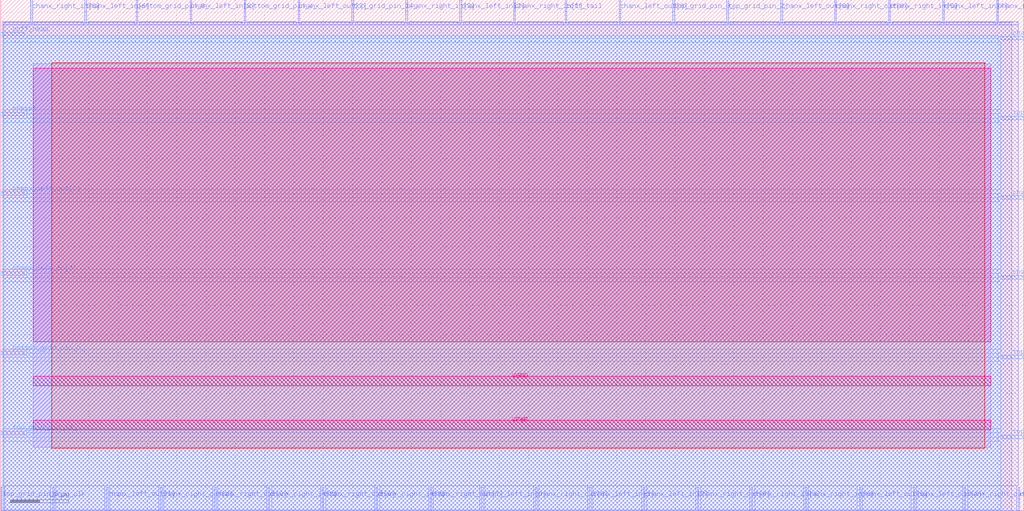
<source format=lef>
VERSION 5.7 ;
  NAMESCASESENSITIVE ON ;
  NOWIREEXTENSIONATPIN ON ;
  DIVIDERCHAR "/" ;
  BUSBITCHARS "[]" ;
UNITS
  DATABASE MICRONS 200 ;
END UNITS

MACRO cbx_1__3_
  CLASS BLOCK ;
  FOREIGN cbx_1__3_ ;
  ORIGIN 0.000 0.000 ;
  SIZE 174.480 BY 87.135 ;
  PIN bottom_grid_pin_0_
    DIRECTION OUTPUT TRISTATE ;
    PORT
      LAYER met3 ;
        RECT 0.000 26.560 4.000 27.160 ;
    END
  END bottom_grid_pin_0_
  PIN bottom_grid_pin_4_
    DIRECTION OUTPUT TRISTATE ;
    PORT
      LAYER met2 ;
        RECT 41.490 83.135 41.770 87.135 ;
    END
  END bottom_grid_pin_4_
  PIN bottom_grid_pin_8_
    DIRECTION OUTPUT TRISTATE ;
    PORT
      LAYER met2 ;
        RECT 23.090 83.135 23.370 87.135 ;
    END
  END bottom_grid_pin_8_
  PIN ccff_head
    DIRECTION INPUT ;
    PORT
      LAYER met3 ;
        RECT 0.000 80.960 4.000 81.560 ;
    END
  END ccff_head
  PIN ccff_tail
    DIRECTION OUTPUT TRISTATE ;
    PORT
      LAYER met2 ;
        RECT 96.230 83.135 96.510 87.135 ;
    END
  END ccff_tail
  PIN chanx_left_in[0]
    DIRECTION INPUT ;
    PORT
      LAYER met2 ;
        RECT 81.970 0.000 82.250 4.000 ;
    END
  END chanx_left_in[0]
  PIN chanx_left_in[1]
    DIRECTION INPUT ;
    PORT
      LAYER met2 ;
        RECT 100.370 0.000 100.650 4.000 ;
    END
  END chanx_left_in[1]
  PIN chanx_left_in[2]
    DIRECTION INPUT ;
    PORT
      LAYER met2 ;
        RECT 78.290 83.135 78.570 87.135 ;
    END
  END chanx_left_in[2]
  PIN chanx_left_in[3]
    DIRECTION INPUT ;
    PORT
      LAYER met3 ;
        RECT 0.000 40.160 4.000 40.760 ;
    END
  END chanx_left_in[3]
  PIN chanx_left_in[4]
    DIRECTION INPUT ;
    PORT
      LAYER met2 ;
        RECT 160.630 83.135 160.910 87.135 ;
    END
  END chanx_left_in[4]
  PIN chanx_left_in[5]
    DIRECTION INPUT ;
    PORT
      LAYER met3 ;
        RECT 170.480 39.480 174.480 40.080 ;
    END
  END chanx_left_in[5]
  PIN chanx_left_in[6]
    DIRECTION INPUT ;
    PORT
      LAYER met2 ;
        RECT 14.350 83.135 14.630 87.135 ;
    END
  END chanx_left_in[6]
  PIN chanx_left_in[7]
    DIRECTION INPUT ;
    PORT
      LAYER met2 ;
        RECT 109.570 0.000 109.850 4.000 ;
    END
  END chanx_left_in[7]
  PIN chanx_left_in[8]
    DIRECTION INPUT ;
    PORT
      LAYER met2 ;
        RECT 32.290 83.135 32.570 87.135 ;
    END
  END chanx_left_in[8]
  PIN chanx_left_out[0]
    DIRECTION OUTPUT TRISTATE ;
    PORT
      LAYER met2 ;
        RECT 105.430 83.135 105.710 87.135 ;
    END
  END chanx_left_out[0]
  PIN chanx_left_out[1]
    DIRECTION OUTPUT TRISTATE ;
    PORT
      LAYER met2 ;
        RECT 18.030 0.000 18.310 4.000 ;
    END
  END chanx_left_out[1]
  PIN chanx_left_out[2]
    DIRECTION OUTPUT TRISTATE ;
    PORT
      LAYER met2 ;
        RECT 155.570 0.000 155.850 4.000 ;
    END
  END chanx_left_out[2]
  PIN chanx_left_out[3]
    DIRECTION OUTPUT TRISTATE ;
    PORT
      LAYER met3 ;
        RECT 0.000 53.760 4.000 54.360 ;
    END
  END chanx_left_out[3]
  PIN chanx_left_out[4]
    DIRECTION OUTPUT TRISTATE ;
    PORT
      LAYER met2 ;
        RECT 173.510 0.000 173.790 4.000 ;
    END
  END chanx_left_out[4]
  PIN chanx_left_out[5]
    DIRECTION OUTPUT TRISTATE ;
    PORT
      LAYER met3 ;
        RECT 170.480 80.280 174.480 80.880 ;
    END
  END chanx_left_out[5]
  PIN chanx_left_out[6]
    DIRECTION OUTPUT TRISTATE ;
    PORT
      LAYER met2 ;
        RECT 146.370 0.000 146.650 4.000 ;
    END
  END chanx_left_out[6]
  PIN chanx_left_out[7]
    DIRECTION OUTPUT TRISTATE ;
    PORT
      LAYER met2 ;
        RECT 50.690 83.135 50.970 87.135 ;
    END
  END chanx_left_out[7]
  PIN chanx_left_out[8]
    DIRECTION OUTPUT TRISTATE ;
    PORT
      LAYER met2 ;
        RECT 133.030 83.135 133.310 87.135 ;
    END
  END chanx_left_out[8]
  PIN chanx_right_in[0]
    DIRECTION INPUT ;
    PORT
      LAYER met2 ;
        RECT 137.170 0.000 137.450 4.000 ;
    END
  END chanx_right_in[0]
  PIN chanx_right_in[1]
    DIRECTION INPUT ;
    PORT
      LAYER met2 ;
        RECT 87.490 83.135 87.770 87.135 ;
    END
  END chanx_right_in[1]
  PIN chanx_right_in[2]
    DIRECTION INPUT ;
    PORT
      LAYER met2 ;
        RECT 45.630 0.000 45.910 4.000 ;
    END
  END chanx_right_in[2]
  PIN chanx_right_in[3]
    DIRECTION INPUT ;
    PORT
      LAYER met2 ;
        RECT 69.090 83.135 69.370 87.135 ;
    END
  END chanx_right_in[3]
  PIN chanx_right_in[4]
    DIRECTION INPUT ;
    PORT
      LAYER met2 ;
        RECT 127.970 0.000 128.250 4.000 ;
    END
  END chanx_right_in[4]
  PIN chanx_right_in[5]
    DIRECTION INPUT ;
    PORT
      LAYER met2 ;
        RECT 151.430 83.135 151.710 87.135 ;
    END
  END chanx_right_in[5]
  PIN chanx_right_in[6]
    DIRECTION INPUT ;
    PORT
      LAYER met2 ;
        RECT 5.150 83.135 5.430 87.135 ;
    END
  END chanx_right_in[6]
  PIN chanx_right_in[7]
    DIRECTION INPUT ;
    PORT
      LAYER met2 ;
        RECT 64.030 0.000 64.310 4.000 ;
    END
  END chanx_right_in[7]
  PIN chanx_right_in[8]
    DIRECTION INPUT ;
    PORT
      LAYER met3 ;
        RECT 170.480 53.080 174.480 53.680 ;
    END
  END chanx_right_in[8]
  PIN chanx_right_out[0]
    DIRECTION OUTPUT TRISTATE ;
    PORT
      LAYER met2 ;
        RECT 142.230 83.135 142.510 87.135 ;
    END
  END chanx_right_out[0]
  PIN chanx_right_out[1]
    DIRECTION OUTPUT TRISTATE ;
    PORT
      LAYER met2 ;
        RECT 169.830 83.135 170.110 87.135 ;
    END
  END chanx_right_out[1]
  PIN chanx_right_out[2]
    DIRECTION OUTPUT TRISTATE ;
    PORT
      LAYER met2 ;
        RECT 164.310 0.000 164.590 4.000 ;
    END
  END chanx_right_out[2]
  PIN chanx_right_out[3]
    DIRECTION OUTPUT TRISTATE ;
    PORT
      LAYER met2 ;
        RECT 36.430 0.000 36.710 4.000 ;
    END
  END chanx_right_out[3]
  PIN chanx_right_out[4]
    DIRECTION OUTPUT TRISTATE ;
    PORT
      LAYER met2 ;
        RECT 27.230 0.000 27.510 4.000 ;
    END
  END chanx_right_out[4]
  PIN chanx_right_out[5]
    DIRECTION OUTPUT TRISTATE ;
    PORT
      LAYER met2 ;
        RECT 118.770 0.000 119.050 4.000 ;
    END
  END chanx_right_out[5]
  PIN chanx_right_out[6]
    DIRECTION OUTPUT TRISTATE ;
    PORT
      LAYER met2 ;
        RECT 91.170 0.000 91.450 4.000 ;
    END
  END chanx_right_out[6]
  PIN chanx_right_out[7]
    DIRECTION OUTPUT TRISTATE ;
    PORT
      LAYER met2 ;
        RECT 73.230 0.000 73.510 4.000 ;
    END
  END chanx_right_out[7]
  PIN chanx_right_out[8]
    DIRECTION OUTPUT TRISTATE ;
    PORT
      LAYER met2 ;
        RECT 54.830 0.000 55.110 4.000 ;
    END
  END chanx_right_out[8]
  PIN pReset
    DIRECTION INPUT ;
    PORT
      LAYER met3 ;
        RECT 0.000 67.360 4.000 67.960 ;
    END
  END pReset
  PIN prog_clk
    DIRECTION INPUT ;
    PORT
      LAYER met2 ;
        RECT 8.830 0.000 9.110 4.000 ;
    END
  END prog_clk
  PIN top_grid_pin_0_
    DIRECTION OUTPUT TRISTATE ;
    PORT
      LAYER met2 ;
        RECT 114.630 83.135 114.910 87.135 ;
    END
  END top_grid_pin_0_
  PIN top_grid_pin_10_
    DIRECTION OUTPUT TRISTATE ;
    PORT
      LAYER met3 ;
        RECT 170.480 25.880 174.480 26.480 ;
    END
  END top_grid_pin_10_
  PIN top_grid_pin_12_
    DIRECTION OUTPUT TRISTATE ;
    PORT
      LAYER met3 ;
        RECT 0.000 12.960 4.000 13.560 ;
    END
  END top_grid_pin_12_
  PIN top_grid_pin_14_
    DIRECTION OUTPUT TRISTATE ;
    PORT
      LAYER met2 ;
        RECT 59.890 83.135 60.170 87.135 ;
    END
  END top_grid_pin_14_
  PIN top_grid_pin_2_
    DIRECTION OUTPUT TRISTATE ;
    PORT
      LAYER met2 ;
        RECT 123.830 83.135 124.110 87.135 ;
    END
  END top_grid_pin_2_
  PIN top_grid_pin_4_
    DIRECTION OUTPUT TRISTATE ;
    PORT
      LAYER met3 ;
        RECT 170.480 66.680 174.480 67.280 ;
    END
  END top_grid_pin_4_
  PIN top_grid_pin_6_
    DIRECTION OUTPUT TRISTATE ;
    PORT
      LAYER met3 ;
        RECT 170.480 12.280 174.480 12.880 ;
    END
  END top_grid_pin_6_
  PIN top_grid_pin_8_
    DIRECTION OUTPUT TRISTATE ;
    PORT
      LAYER met2 ;
        RECT 0.090 0.000 0.370 4.000 ;
    END
  END top_grid_pin_8_
  PIN VPWR
    DIRECTION INPUT ;
    USE POWER ;
    PORT
      LAYER met5 ;
        RECT 5.520 13.840 168.820 15.440 ;
    END
  END VPWR
  PIN VGND
    DIRECTION INPUT ;
    USE GROUND ;
    PORT
      LAYER met5 ;
        RECT 5.520 21.340 168.820 22.940 ;
    END
  END VGND
  OBS
      LAYER li1 ;
        RECT 5.520 10.795 168.820 76.245 ;
      LAYER met1 ;
        RECT 0.530 0.040 172.430 83.260 ;
      LAYER met2 ;
        RECT 0.370 82.855 4.870 83.370 ;
        RECT 5.710 82.855 14.070 83.370 ;
        RECT 14.910 82.855 22.810 83.370 ;
        RECT 23.650 82.855 32.010 83.370 ;
        RECT 32.850 82.855 41.210 83.370 ;
        RECT 42.050 82.855 50.410 83.370 ;
        RECT 51.250 82.855 59.610 83.370 ;
        RECT 60.450 82.855 68.810 83.370 ;
        RECT 69.650 82.855 78.010 83.370 ;
        RECT 78.850 82.855 87.210 83.370 ;
        RECT 88.050 82.855 95.950 83.370 ;
        RECT 96.790 82.855 105.150 83.370 ;
        RECT 105.990 82.855 114.350 83.370 ;
        RECT 115.190 82.855 123.550 83.370 ;
        RECT 124.390 82.855 132.750 83.370 ;
        RECT 133.590 82.855 141.950 83.370 ;
        RECT 142.790 82.855 151.150 83.370 ;
        RECT 151.990 82.855 160.350 83.370 ;
        RECT 161.190 82.855 169.550 83.370 ;
        RECT 170.390 82.855 173.510 83.370 ;
        RECT 0.370 4.280 173.510 82.855 ;
        RECT 0.650 0.010 8.550 4.280 ;
        RECT 9.390 0.010 17.750 4.280 ;
        RECT 18.590 0.010 26.950 4.280 ;
        RECT 27.790 0.010 36.150 4.280 ;
        RECT 36.990 0.010 45.350 4.280 ;
        RECT 46.190 0.010 54.550 4.280 ;
        RECT 55.390 0.010 63.750 4.280 ;
        RECT 64.590 0.010 72.950 4.280 ;
        RECT 73.790 0.010 81.690 4.280 ;
        RECT 82.530 0.010 90.890 4.280 ;
        RECT 91.730 0.010 100.090 4.280 ;
        RECT 100.930 0.010 109.290 4.280 ;
        RECT 110.130 0.010 118.490 4.280 ;
        RECT 119.330 0.010 127.690 4.280 ;
        RECT 128.530 0.010 136.890 4.280 ;
        RECT 137.730 0.010 146.090 4.280 ;
        RECT 146.930 0.010 155.290 4.280 ;
        RECT 156.130 0.010 164.030 4.280 ;
        RECT 164.870 0.010 173.230 4.280 ;
      LAYER met3 ;
        RECT 4.400 80.560 170.080 80.960 ;
        RECT 0.310 79.880 170.080 80.560 ;
        RECT 0.310 68.360 170.480 79.880 ;
        RECT 4.400 67.680 170.480 68.360 ;
        RECT 4.400 66.960 170.080 67.680 ;
        RECT 0.310 66.280 170.080 66.960 ;
        RECT 0.310 54.760 170.480 66.280 ;
        RECT 4.400 54.080 170.480 54.760 ;
        RECT 4.400 53.360 170.080 54.080 ;
        RECT 0.310 52.680 170.080 53.360 ;
        RECT 0.310 41.160 170.480 52.680 ;
        RECT 4.400 40.480 170.480 41.160 ;
        RECT 4.400 39.760 170.080 40.480 ;
        RECT 0.310 39.080 170.080 39.760 ;
        RECT 0.310 27.560 170.480 39.080 ;
        RECT 4.400 26.880 170.480 27.560 ;
        RECT 4.400 26.160 170.080 26.880 ;
        RECT 0.310 25.480 170.080 26.160 ;
        RECT 0.310 13.960 170.480 25.480 ;
        RECT 4.400 13.280 170.480 13.960 ;
        RECT 4.400 12.560 170.080 13.280 ;
        RECT 0.310 11.880 170.080 12.560 ;
        RECT 0.310 0.175 170.480 11.880 ;
      LAYER met4 ;
        RECT 8.720 10.640 167.820 76.400 ;
      LAYER met5 ;
        RECT 5.520 28.840 168.820 75.440 ;
  END
END cbx_1__3_
END LIBRARY


</source>
